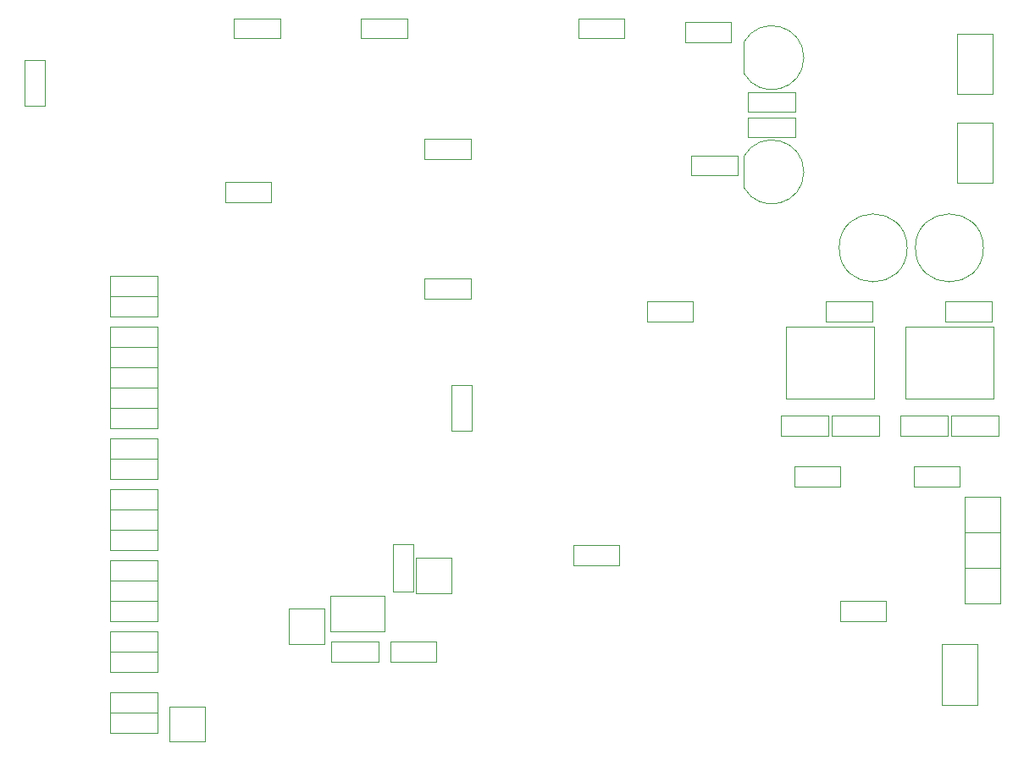
<source format=gbr>
G04 #@! TF.FileFunction,Other,User*
%FSLAX46Y46*%
G04 Gerber Fmt 4.6, Leading zero omitted, Abs format (unit mm)*
G04 Created by KiCad (PCBNEW 4.0.5) date Sunday, March 26, 2017 'PMt' 05:08:58 PM*
%MOMM*%
%LPD*%
G01*
G04 APERTURE LIST*
%ADD10C,0.100000*%
%ADD11C,0.050000*%
G04 APERTURE END LIST*
D10*
D11*
X77356000Y-115332000D02*
X82156000Y-115332000D01*
X77356000Y-117332000D02*
X82156000Y-117332000D01*
X77356000Y-115332000D02*
X77356000Y-117332000D01*
X82156000Y-115332000D02*
X82156000Y-117332000D01*
X82156000Y-120380000D02*
X77356000Y-120380000D01*
X82156000Y-118380000D02*
X77356000Y-118380000D01*
X82156000Y-120380000D02*
X82156000Y-118380000D01*
X77356000Y-120380000D02*
X77356000Y-118380000D01*
X77356000Y-120412000D02*
X82156000Y-120412000D01*
X77356000Y-122412000D02*
X82156000Y-122412000D01*
X77356000Y-120412000D02*
X77356000Y-122412000D01*
X82156000Y-120412000D02*
X82156000Y-122412000D01*
X77356000Y-126508000D02*
X82156000Y-126508000D01*
X77356000Y-128508000D02*
X82156000Y-128508000D01*
X77356000Y-126508000D02*
X77356000Y-128508000D01*
X82156000Y-126508000D02*
X82156000Y-128508000D01*
X82156000Y-138668000D02*
X77356000Y-138668000D01*
X82156000Y-136668000D02*
X77356000Y-136668000D01*
X82156000Y-138668000D02*
X82156000Y-136668000D01*
X77356000Y-138668000D02*
X77356000Y-136668000D01*
X77356000Y-145812000D02*
X82156000Y-145812000D01*
X77356000Y-147812000D02*
X82156000Y-147812000D01*
X77356000Y-145812000D02*
X77356000Y-147812000D01*
X82156000Y-145812000D02*
X82156000Y-147812000D01*
X82156000Y-158988000D02*
X77356000Y-158988000D01*
X82156000Y-156988000D02*
X77356000Y-156988000D01*
X82156000Y-158988000D02*
X82156000Y-156988000D01*
X77356000Y-158988000D02*
X77356000Y-156988000D01*
X162842000Y-138966000D02*
X166342000Y-138966000D01*
X166342000Y-138966000D02*
X166342000Y-142466000D01*
X166342000Y-142466000D02*
X162842000Y-142466000D01*
X162842000Y-142466000D02*
X162842000Y-138966000D01*
X162842000Y-135410000D02*
X166342000Y-135410000D01*
X166342000Y-135410000D02*
X166342000Y-138910000D01*
X166342000Y-138910000D02*
X162842000Y-138910000D01*
X162842000Y-138910000D02*
X162842000Y-135410000D01*
X162842000Y-142522000D02*
X166342000Y-142522000D01*
X166342000Y-142522000D02*
X166342000Y-146022000D01*
X166342000Y-146022000D02*
X162842000Y-146022000D01*
X162842000Y-146022000D02*
X162842000Y-142522000D01*
X107978000Y-141506000D02*
X111478000Y-141506000D01*
X111478000Y-141506000D02*
X111478000Y-145006000D01*
X111478000Y-145006000D02*
X107978000Y-145006000D01*
X107978000Y-145006000D02*
X107978000Y-141506000D01*
X105396000Y-149876000D02*
X109996000Y-149876000D01*
X105396000Y-151876000D02*
X109996000Y-151876000D01*
X105396000Y-149876000D02*
X105396000Y-151876000D01*
X109996000Y-149876000D02*
X109996000Y-151876000D01*
X164690000Y-110470000D02*
G75*
G03X164690000Y-110470000I-3400000J0D01*
G01*
X70850000Y-91680000D02*
X70850000Y-96280000D01*
X68850000Y-91680000D02*
X68850000Y-96280000D01*
X70850000Y-91680000D02*
X68850000Y-91680000D01*
X70850000Y-96280000D02*
X68850000Y-96280000D01*
X145782000Y-132350000D02*
X150382000Y-132350000D01*
X145782000Y-134350000D02*
X150382000Y-134350000D01*
X145782000Y-132350000D02*
X145782000Y-134350000D01*
X150382000Y-132350000D02*
X150382000Y-134350000D01*
X157720000Y-132350000D02*
X162320000Y-132350000D01*
X157720000Y-134350000D02*
X162320000Y-134350000D01*
X157720000Y-132350000D02*
X157720000Y-134350000D01*
X162320000Y-132350000D02*
X162320000Y-134350000D01*
X153557000Y-117840000D02*
X148957000Y-117840000D01*
X153557000Y-115840000D02*
X148957000Y-115840000D01*
X153557000Y-117840000D02*
X153557000Y-115840000D01*
X148957000Y-117840000D02*
X148957000Y-115840000D01*
X165495000Y-117840000D02*
X160895000Y-117840000D01*
X165495000Y-115840000D02*
X160895000Y-115840000D01*
X165495000Y-117840000D02*
X165495000Y-115840000D01*
X160895000Y-117840000D02*
X160895000Y-115840000D01*
X154954000Y-147812000D02*
X150354000Y-147812000D01*
X154954000Y-145812000D02*
X150354000Y-145812000D01*
X154954000Y-147812000D02*
X154954000Y-145812000D01*
X150354000Y-147812000D02*
X150354000Y-145812000D01*
X111522000Y-128792000D02*
X111522000Y-124192000D01*
X113522000Y-128792000D02*
X113522000Y-124192000D01*
X111522000Y-128792000D02*
X113522000Y-128792000D01*
X111522000Y-124192000D02*
X113522000Y-124192000D01*
X131050000Y-115840000D02*
X135650000Y-115840000D01*
X131050000Y-117840000D02*
X135650000Y-117840000D01*
X131050000Y-115840000D02*
X131050000Y-117840000D01*
X135650000Y-115840000D02*
X135650000Y-117840000D01*
X123684000Y-140224000D02*
X128284000Y-140224000D01*
X123684000Y-142224000D02*
X128284000Y-142224000D01*
X123684000Y-140224000D02*
X123684000Y-142224000D01*
X128284000Y-140224000D02*
X128284000Y-142224000D01*
X139460000Y-89900000D02*
X134860000Y-89900000D01*
X139460000Y-87900000D02*
X134860000Y-87900000D01*
X139460000Y-89900000D02*
X139460000Y-87900000D01*
X134860000Y-89900000D02*
X134860000Y-87900000D01*
X140095000Y-103235000D02*
X135495000Y-103235000D01*
X140095000Y-101235000D02*
X135495000Y-101235000D01*
X140095000Y-103235000D02*
X140095000Y-101235000D01*
X135495000Y-103235000D02*
X135495000Y-101235000D01*
X128792000Y-89519000D02*
X124192000Y-89519000D01*
X128792000Y-87519000D02*
X124192000Y-87519000D01*
X128792000Y-89519000D02*
X128792000Y-87519000D01*
X124192000Y-89519000D02*
X124192000Y-87519000D01*
X107075000Y-89519000D02*
X102475000Y-89519000D01*
X107075000Y-87519000D02*
X102475000Y-87519000D01*
X107075000Y-89519000D02*
X107075000Y-87519000D01*
X102475000Y-89519000D02*
X102475000Y-87519000D01*
X108825000Y-99584000D02*
X113425000Y-99584000D01*
X108825000Y-101584000D02*
X113425000Y-101584000D01*
X108825000Y-99584000D02*
X108825000Y-101584000D01*
X113425000Y-99584000D02*
X113425000Y-101584000D01*
X108825000Y-113554000D02*
X113425000Y-113554000D01*
X108825000Y-115554000D02*
X113425000Y-115554000D01*
X108825000Y-113554000D02*
X108825000Y-115554000D01*
X113425000Y-113554000D02*
X113425000Y-115554000D01*
X93486000Y-105902000D02*
X88886000Y-105902000D01*
X93486000Y-103902000D02*
X88886000Y-103902000D01*
X93486000Y-105902000D02*
X93486000Y-103902000D01*
X88886000Y-105902000D02*
X88886000Y-103902000D01*
X94375000Y-89519000D02*
X89775000Y-89519000D01*
X94375000Y-87519000D02*
X89775000Y-87519000D01*
X94375000Y-89519000D02*
X94375000Y-87519000D01*
X89775000Y-89519000D02*
X89775000Y-87519000D01*
X83340000Y-156365000D02*
X83340000Y-159865000D01*
X86840000Y-156365000D02*
X86840000Y-159865000D01*
X83340000Y-156365000D02*
X86840000Y-156365000D01*
X83340000Y-159865000D02*
X86840000Y-159865000D01*
X95278000Y-146586000D02*
X95278000Y-150086000D01*
X98778000Y-146586000D02*
X98778000Y-150086000D01*
X95278000Y-146586000D02*
X98778000Y-146586000D01*
X95278000Y-150086000D02*
X98778000Y-150086000D01*
X160556000Y-150142000D02*
X160556000Y-156192000D01*
X164056000Y-150142000D02*
X164056000Y-156192000D01*
X160556000Y-150142000D02*
X164056000Y-150142000D01*
X160556000Y-156192000D02*
X164056000Y-156192000D01*
X144952000Y-125520000D02*
X153752000Y-125520000D01*
X144952000Y-118320000D02*
X144952000Y-125520000D01*
X153752000Y-118320000D02*
X144952000Y-118320000D01*
X153752000Y-125520000D02*
X153752000Y-118320000D01*
X156890000Y-125520000D02*
X165690000Y-125520000D01*
X156890000Y-118320000D02*
X156890000Y-125520000D01*
X165690000Y-118320000D02*
X156890000Y-118320000D01*
X165690000Y-125520000D02*
X165690000Y-118320000D01*
X141110000Y-97425000D02*
X145910000Y-97425000D01*
X141110000Y-99425000D02*
X145910000Y-99425000D01*
X141110000Y-97425000D02*
X141110000Y-99425000D01*
X145910000Y-97425000D02*
X145910000Y-99425000D01*
X141110000Y-94885000D02*
X145910000Y-94885000D01*
X141110000Y-96885000D02*
X145910000Y-96885000D01*
X141110000Y-94885000D02*
X141110000Y-96885000D01*
X145910000Y-94885000D02*
X145910000Y-96885000D01*
X149492000Y-127270000D02*
X154292000Y-127270000D01*
X149492000Y-129270000D02*
X154292000Y-129270000D01*
X149492000Y-127270000D02*
X149492000Y-129270000D01*
X154292000Y-127270000D02*
X154292000Y-129270000D01*
X144412000Y-127270000D02*
X149212000Y-127270000D01*
X144412000Y-129270000D02*
X149212000Y-129270000D01*
X144412000Y-127270000D02*
X144412000Y-129270000D01*
X149212000Y-127270000D02*
X149212000Y-129270000D01*
X161430000Y-127270000D02*
X166230000Y-127270000D01*
X161430000Y-129270000D02*
X166230000Y-129270000D01*
X161430000Y-127270000D02*
X161430000Y-129270000D01*
X166230000Y-127270000D02*
X166230000Y-129270000D01*
X156350000Y-127270000D02*
X161150000Y-127270000D01*
X156350000Y-129270000D02*
X161150000Y-129270000D01*
X156350000Y-127270000D02*
X156350000Y-129270000D01*
X161150000Y-127270000D02*
X161150000Y-129270000D01*
X82156000Y-115300000D02*
X77356000Y-115300000D01*
X82156000Y-113300000D02*
X77356000Y-113300000D01*
X82156000Y-115300000D02*
X82156000Y-113300000D01*
X77356000Y-115300000D02*
X77356000Y-113300000D01*
X82156000Y-124444000D02*
X77356000Y-124444000D01*
X82156000Y-122444000D02*
X77356000Y-122444000D01*
X82156000Y-124444000D02*
X82156000Y-122444000D01*
X77356000Y-124444000D02*
X77356000Y-122444000D01*
X77356000Y-124476000D02*
X82156000Y-124476000D01*
X77356000Y-126476000D02*
X82156000Y-126476000D01*
X77356000Y-124476000D02*
X77356000Y-126476000D01*
X82156000Y-124476000D02*
X82156000Y-126476000D01*
X82156000Y-131556000D02*
X77356000Y-131556000D01*
X82156000Y-129556000D02*
X77356000Y-129556000D01*
X82156000Y-131556000D02*
X82156000Y-129556000D01*
X77356000Y-131556000D02*
X77356000Y-129556000D01*
X77356000Y-131588000D02*
X82156000Y-131588000D01*
X77356000Y-133588000D02*
X82156000Y-133588000D01*
X77356000Y-131588000D02*
X77356000Y-133588000D01*
X82156000Y-131588000D02*
X82156000Y-133588000D01*
X82156000Y-136636000D02*
X77356000Y-136636000D01*
X82156000Y-134636000D02*
X77356000Y-134636000D01*
X82156000Y-136636000D02*
X82156000Y-134636000D01*
X77356000Y-136636000D02*
X77356000Y-134636000D01*
X77356000Y-138700000D02*
X82156000Y-138700000D01*
X77356000Y-140700000D02*
X82156000Y-140700000D01*
X77356000Y-138700000D02*
X77356000Y-140700000D01*
X82156000Y-138700000D02*
X82156000Y-140700000D01*
X82156000Y-143748000D02*
X77356000Y-143748000D01*
X82156000Y-141748000D02*
X77356000Y-141748000D01*
X82156000Y-143748000D02*
X82156000Y-141748000D01*
X77356000Y-143748000D02*
X77356000Y-141748000D01*
X77356000Y-143780000D02*
X82156000Y-143780000D01*
X77356000Y-145780000D02*
X82156000Y-145780000D01*
X77356000Y-143780000D02*
X77356000Y-145780000D01*
X82156000Y-143780000D02*
X82156000Y-145780000D01*
X82156000Y-150860000D02*
X77356000Y-150860000D01*
X82156000Y-148860000D02*
X77356000Y-148860000D01*
X82156000Y-150860000D02*
X82156000Y-148860000D01*
X77356000Y-150860000D02*
X77356000Y-148860000D01*
X77356000Y-150892000D02*
X82156000Y-150892000D01*
X77356000Y-152892000D02*
X82156000Y-152892000D01*
X77356000Y-150892000D02*
X77356000Y-152892000D01*
X82156000Y-150892000D02*
X82156000Y-152892000D01*
X82156000Y-156956000D02*
X77356000Y-156956000D01*
X82156000Y-154956000D02*
X77356000Y-154956000D01*
X82156000Y-156956000D02*
X82156000Y-154956000D01*
X77356000Y-156956000D02*
X77356000Y-154956000D01*
X104254000Y-151876000D02*
X99454000Y-151876000D01*
X104254000Y-149876000D02*
X99454000Y-149876000D01*
X104254000Y-151876000D02*
X104254000Y-149876000D01*
X99454000Y-151876000D02*
X99454000Y-149876000D01*
X105680000Y-144894000D02*
X105680000Y-140094000D01*
X107680000Y-144894000D02*
X107680000Y-140094000D01*
X105680000Y-144894000D02*
X107680000Y-144894000D01*
X105680000Y-140094000D02*
X107680000Y-140094000D01*
X104808000Y-148816000D02*
X99408000Y-148816000D01*
X99408000Y-148816000D02*
X99408000Y-145316000D01*
X99408000Y-145316000D02*
X104808000Y-145316000D01*
X104808000Y-145316000D02*
X104808000Y-148816000D01*
X140740000Y-101320000D02*
X140740000Y-104420000D01*
X140741751Y-101316840D02*
G75*
G02X140740000Y-104420000I2798249J-1553160D01*
G01*
X140740000Y-89890000D02*
X140740000Y-92990000D01*
X140741751Y-89886840D02*
G75*
G02X140740000Y-92990000I2798249J-1553160D01*
G01*
X157070000Y-110470000D02*
G75*
G03X157070000Y-110470000I-3400000J0D01*
G01*
X162080000Y-97945000D02*
X162080000Y-103995000D01*
X165580000Y-97945000D02*
X165580000Y-103995000D01*
X162080000Y-97945000D02*
X165580000Y-97945000D01*
X162080000Y-103995000D02*
X165580000Y-103995000D01*
X162080000Y-89055000D02*
X162080000Y-95105000D01*
X165580000Y-89055000D02*
X165580000Y-95105000D01*
X162080000Y-89055000D02*
X165580000Y-89055000D01*
X162080000Y-95105000D02*
X165580000Y-95105000D01*
M02*

</source>
